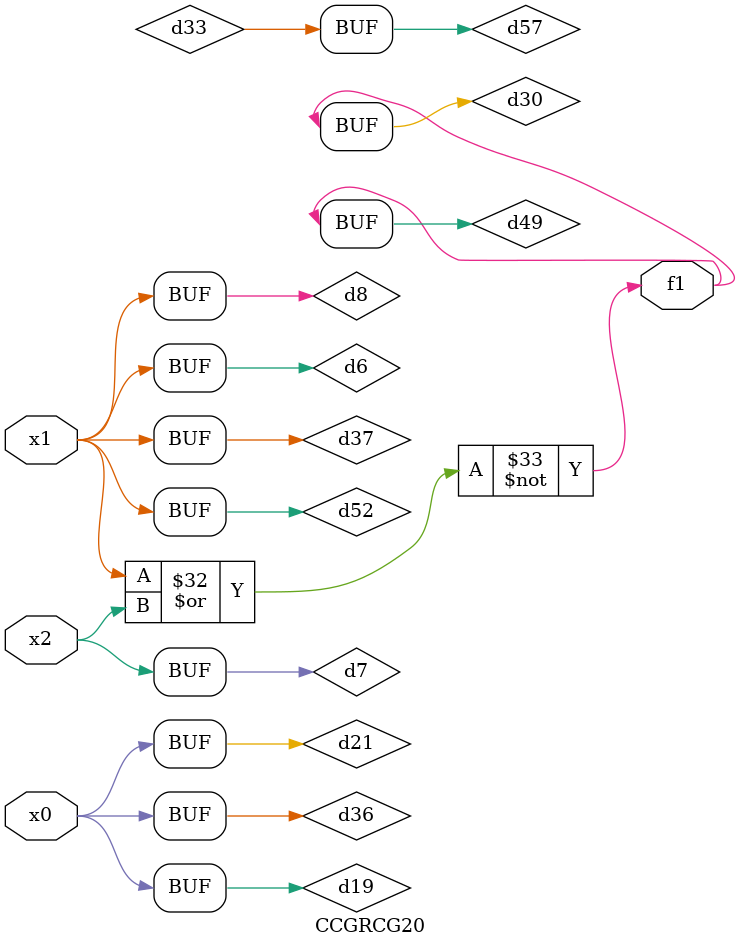
<source format=v>
module CCGRCG20( x0, x1, x2, f1 );

	input x0, x1, x2;
	output f1;

	wire d1, d2, d3, d4, d5, d6, d7, d8, d9, d10, d11, d12, d13, d14, d15, d16, d17, d18, d19, d20, d21, d22, d23, d24, d25, d26, d27, d28, d29, d30, d31, d32, d33, d34, d35, d36, d37, d38, d39, d40, d41, d42, d43, d44, d45, d46, d47, d48, d49, d50, d51, d52, d53, d54, d55, d56, d57, d58, d59;

	xor (d1, x1, x2);
	xnor (d2, x0);
	nand (d3, x0, x1);
	xnor (d4, x1, x2);
	xnor (d5, x0, x1);
	buf (d6, x1);
	buf (d7, x2);
	or (d8, x1);
	nor (d9, x0, x1);
	nor (d10, x0, x2);
	xor (d11, x0, x2);
	not (d12, x0);
	and (d13, x0, x1);
	not (d14, x2);
	xor (d15, x0, x2);
	nor (d16, x1);
	or (d17, x0, x1);
	xnor (d18, x2);
	xor (d19, x0);
	xor (d20, x0, x1);
	buf (d21, x0);
	nand (d22, x1, x2);
	nor (d23, x0, x1);
	nand (d24, x2);
	xnor (d25, x0, x2);
	nand (d26, x0, x1);
	or (d27, x1, x2);
	and (d28, x1, x2);
	or (d29, x0, x1);
	nor (d30, x1, x2);
	nand (d31, x0, x2);
	nand (d32, x1, x2);
	xnor (d33, x0, x1);
	or (d34, x1, x2);
	and (d35, x0, x2);
	or (d36, x0);
	xor (d37, x1);
	or (d38, x0, x2);
	nor (d39, x0, x2);
	nor (d40, x2);
	nor (d41, x0);
	not (d42, x1);
	xor (d43, x0, x1);
	not (d44, d28);
	nand (d45, d18, d21);
	nor (d46, d2, d13);
	xor (d47, d10, d24);
	nor (d48, d26, d27);
	or (d49, d30);
	nor (d50, d29, d43);
	nor (d51, d7, d32);
	and (d52, d8, d37);
	xnor (d53, d7, d40);
	xor (d54, d1, d17);
	xor (d55, d4, d25);
	buf (d56, d42);
	buf (d57, d33);
	xnor (d58, d8, d20);
	xor (d59, d3, d38);
	assign f1 = d49;
endmodule

</source>
